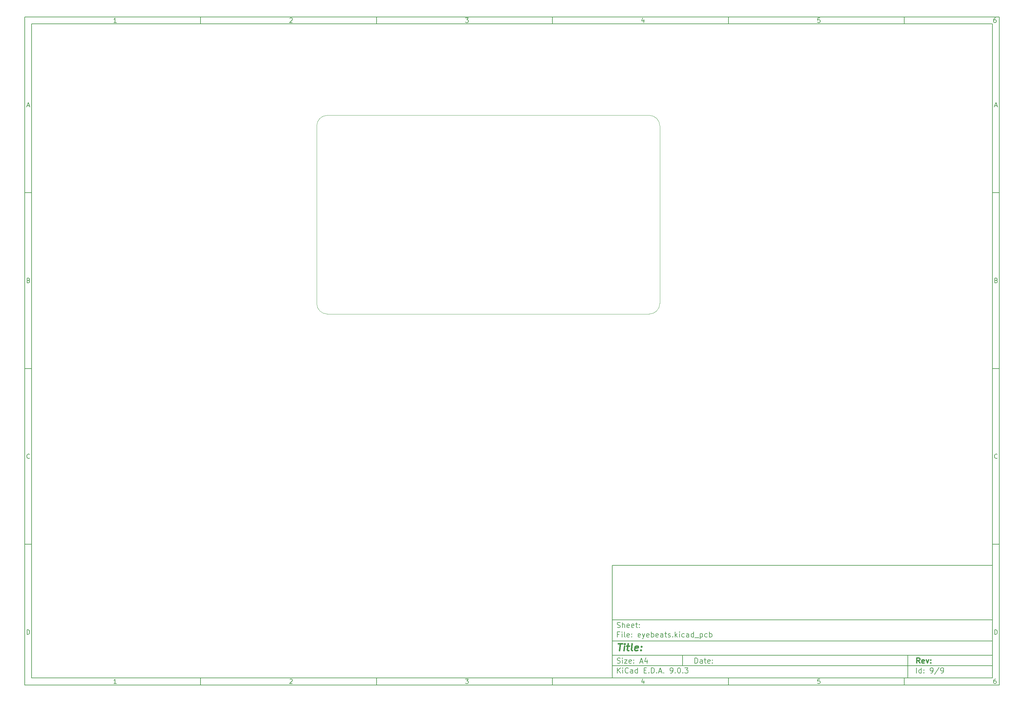
<source format=gm1>
%TF.GenerationSoftware,KiCad,Pcbnew,9.0.3*%
%TF.CreationDate,2025-08-03T00:48:55+01:00*%
%TF.ProjectId,eyebeats,65796562-6561-4747-932e-6b696361645f,rev?*%
%TF.SameCoordinates,Original*%
%TF.FileFunction,Profile,NP*%
%FSLAX46Y46*%
G04 Gerber Fmt 4.6, Leading zero omitted, Abs format (unit mm)*
G04 Created by KiCad (PCBNEW 9.0.3) date 2025-08-03 00:48:55*
%MOMM*%
%LPD*%
G01*
G04 APERTURE LIST*
%ADD10C,0.100000*%
%ADD11C,0.150000*%
%ADD12C,0.300000*%
%ADD13C,0.400000*%
%TA.AperFunction,Profile*%
%ADD14C,0.050000*%
%TD*%
G04 APERTURE END LIST*
D10*
D11*
X177002200Y-166007200D02*
X285002200Y-166007200D01*
X285002200Y-198007200D01*
X177002200Y-198007200D01*
X177002200Y-166007200D01*
D10*
D11*
X10000000Y-10000000D02*
X287002200Y-10000000D01*
X287002200Y-200007200D01*
X10000000Y-200007200D01*
X10000000Y-10000000D01*
D10*
D11*
X12000000Y-12000000D02*
X285002200Y-12000000D01*
X285002200Y-198007200D01*
X12000000Y-198007200D01*
X12000000Y-12000000D01*
D10*
D11*
X60000000Y-12000000D02*
X60000000Y-10000000D01*
D10*
D11*
X110000000Y-12000000D02*
X110000000Y-10000000D01*
D10*
D11*
X160000000Y-12000000D02*
X160000000Y-10000000D01*
D10*
D11*
X210000000Y-12000000D02*
X210000000Y-10000000D01*
D10*
D11*
X260000000Y-12000000D02*
X260000000Y-10000000D01*
D10*
D11*
X36089160Y-11593604D02*
X35346303Y-11593604D01*
X35717731Y-11593604D02*
X35717731Y-10293604D01*
X35717731Y-10293604D02*
X35593922Y-10479319D01*
X35593922Y-10479319D02*
X35470112Y-10603128D01*
X35470112Y-10603128D02*
X35346303Y-10665033D01*
D10*
D11*
X85346303Y-10417414D02*
X85408207Y-10355509D01*
X85408207Y-10355509D02*
X85532017Y-10293604D01*
X85532017Y-10293604D02*
X85841541Y-10293604D01*
X85841541Y-10293604D02*
X85965350Y-10355509D01*
X85965350Y-10355509D02*
X86027255Y-10417414D01*
X86027255Y-10417414D02*
X86089160Y-10541223D01*
X86089160Y-10541223D02*
X86089160Y-10665033D01*
X86089160Y-10665033D02*
X86027255Y-10850747D01*
X86027255Y-10850747D02*
X85284398Y-11593604D01*
X85284398Y-11593604D02*
X86089160Y-11593604D01*
D10*
D11*
X135284398Y-10293604D02*
X136089160Y-10293604D01*
X136089160Y-10293604D02*
X135655826Y-10788842D01*
X135655826Y-10788842D02*
X135841541Y-10788842D01*
X135841541Y-10788842D02*
X135965350Y-10850747D01*
X135965350Y-10850747D02*
X136027255Y-10912652D01*
X136027255Y-10912652D02*
X136089160Y-11036461D01*
X136089160Y-11036461D02*
X136089160Y-11345985D01*
X136089160Y-11345985D02*
X136027255Y-11469795D01*
X136027255Y-11469795D02*
X135965350Y-11531700D01*
X135965350Y-11531700D02*
X135841541Y-11593604D01*
X135841541Y-11593604D02*
X135470112Y-11593604D01*
X135470112Y-11593604D02*
X135346303Y-11531700D01*
X135346303Y-11531700D02*
X135284398Y-11469795D01*
D10*
D11*
X185965350Y-10726938D02*
X185965350Y-11593604D01*
X185655826Y-10231700D02*
X185346303Y-11160271D01*
X185346303Y-11160271D02*
X186151064Y-11160271D01*
D10*
D11*
X236027255Y-10293604D02*
X235408207Y-10293604D01*
X235408207Y-10293604D02*
X235346303Y-10912652D01*
X235346303Y-10912652D02*
X235408207Y-10850747D01*
X235408207Y-10850747D02*
X235532017Y-10788842D01*
X235532017Y-10788842D02*
X235841541Y-10788842D01*
X235841541Y-10788842D02*
X235965350Y-10850747D01*
X235965350Y-10850747D02*
X236027255Y-10912652D01*
X236027255Y-10912652D02*
X236089160Y-11036461D01*
X236089160Y-11036461D02*
X236089160Y-11345985D01*
X236089160Y-11345985D02*
X236027255Y-11469795D01*
X236027255Y-11469795D02*
X235965350Y-11531700D01*
X235965350Y-11531700D02*
X235841541Y-11593604D01*
X235841541Y-11593604D02*
X235532017Y-11593604D01*
X235532017Y-11593604D02*
X235408207Y-11531700D01*
X235408207Y-11531700D02*
X235346303Y-11469795D01*
D10*
D11*
X285965350Y-10293604D02*
X285717731Y-10293604D01*
X285717731Y-10293604D02*
X285593922Y-10355509D01*
X285593922Y-10355509D02*
X285532017Y-10417414D01*
X285532017Y-10417414D02*
X285408207Y-10603128D01*
X285408207Y-10603128D02*
X285346303Y-10850747D01*
X285346303Y-10850747D02*
X285346303Y-11345985D01*
X285346303Y-11345985D02*
X285408207Y-11469795D01*
X285408207Y-11469795D02*
X285470112Y-11531700D01*
X285470112Y-11531700D02*
X285593922Y-11593604D01*
X285593922Y-11593604D02*
X285841541Y-11593604D01*
X285841541Y-11593604D02*
X285965350Y-11531700D01*
X285965350Y-11531700D02*
X286027255Y-11469795D01*
X286027255Y-11469795D02*
X286089160Y-11345985D01*
X286089160Y-11345985D02*
X286089160Y-11036461D01*
X286089160Y-11036461D02*
X286027255Y-10912652D01*
X286027255Y-10912652D02*
X285965350Y-10850747D01*
X285965350Y-10850747D02*
X285841541Y-10788842D01*
X285841541Y-10788842D02*
X285593922Y-10788842D01*
X285593922Y-10788842D02*
X285470112Y-10850747D01*
X285470112Y-10850747D02*
X285408207Y-10912652D01*
X285408207Y-10912652D02*
X285346303Y-11036461D01*
D10*
D11*
X60000000Y-198007200D02*
X60000000Y-200007200D01*
D10*
D11*
X110000000Y-198007200D02*
X110000000Y-200007200D01*
D10*
D11*
X160000000Y-198007200D02*
X160000000Y-200007200D01*
D10*
D11*
X210000000Y-198007200D02*
X210000000Y-200007200D01*
D10*
D11*
X260000000Y-198007200D02*
X260000000Y-200007200D01*
D10*
D11*
X36089160Y-199600804D02*
X35346303Y-199600804D01*
X35717731Y-199600804D02*
X35717731Y-198300804D01*
X35717731Y-198300804D02*
X35593922Y-198486519D01*
X35593922Y-198486519D02*
X35470112Y-198610328D01*
X35470112Y-198610328D02*
X35346303Y-198672233D01*
D10*
D11*
X85346303Y-198424614D02*
X85408207Y-198362709D01*
X85408207Y-198362709D02*
X85532017Y-198300804D01*
X85532017Y-198300804D02*
X85841541Y-198300804D01*
X85841541Y-198300804D02*
X85965350Y-198362709D01*
X85965350Y-198362709D02*
X86027255Y-198424614D01*
X86027255Y-198424614D02*
X86089160Y-198548423D01*
X86089160Y-198548423D02*
X86089160Y-198672233D01*
X86089160Y-198672233D02*
X86027255Y-198857947D01*
X86027255Y-198857947D02*
X85284398Y-199600804D01*
X85284398Y-199600804D02*
X86089160Y-199600804D01*
D10*
D11*
X135284398Y-198300804D02*
X136089160Y-198300804D01*
X136089160Y-198300804D02*
X135655826Y-198796042D01*
X135655826Y-198796042D02*
X135841541Y-198796042D01*
X135841541Y-198796042D02*
X135965350Y-198857947D01*
X135965350Y-198857947D02*
X136027255Y-198919852D01*
X136027255Y-198919852D02*
X136089160Y-199043661D01*
X136089160Y-199043661D02*
X136089160Y-199353185D01*
X136089160Y-199353185D02*
X136027255Y-199476995D01*
X136027255Y-199476995D02*
X135965350Y-199538900D01*
X135965350Y-199538900D02*
X135841541Y-199600804D01*
X135841541Y-199600804D02*
X135470112Y-199600804D01*
X135470112Y-199600804D02*
X135346303Y-199538900D01*
X135346303Y-199538900D02*
X135284398Y-199476995D01*
D10*
D11*
X185965350Y-198734138D02*
X185965350Y-199600804D01*
X185655826Y-198238900D02*
X185346303Y-199167471D01*
X185346303Y-199167471D02*
X186151064Y-199167471D01*
D10*
D11*
X236027255Y-198300804D02*
X235408207Y-198300804D01*
X235408207Y-198300804D02*
X235346303Y-198919852D01*
X235346303Y-198919852D02*
X235408207Y-198857947D01*
X235408207Y-198857947D02*
X235532017Y-198796042D01*
X235532017Y-198796042D02*
X235841541Y-198796042D01*
X235841541Y-198796042D02*
X235965350Y-198857947D01*
X235965350Y-198857947D02*
X236027255Y-198919852D01*
X236027255Y-198919852D02*
X236089160Y-199043661D01*
X236089160Y-199043661D02*
X236089160Y-199353185D01*
X236089160Y-199353185D02*
X236027255Y-199476995D01*
X236027255Y-199476995D02*
X235965350Y-199538900D01*
X235965350Y-199538900D02*
X235841541Y-199600804D01*
X235841541Y-199600804D02*
X235532017Y-199600804D01*
X235532017Y-199600804D02*
X235408207Y-199538900D01*
X235408207Y-199538900D02*
X235346303Y-199476995D01*
D10*
D11*
X285965350Y-198300804D02*
X285717731Y-198300804D01*
X285717731Y-198300804D02*
X285593922Y-198362709D01*
X285593922Y-198362709D02*
X285532017Y-198424614D01*
X285532017Y-198424614D02*
X285408207Y-198610328D01*
X285408207Y-198610328D02*
X285346303Y-198857947D01*
X285346303Y-198857947D02*
X285346303Y-199353185D01*
X285346303Y-199353185D02*
X285408207Y-199476995D01*
X285408207Y-199476995D02*
X285470112Y-199538900D01*
X285470112Y-199538900D02*
X285593922Y-199600804D01*
X285593922Y-199600804D02*
X285841541Y-199600804D01*
X285841541Y-199600804D02*
X285965350Y-199538900D01*
X285965350Y-199538900D02*
X286027255Y-199476995D01*
X286027255Y-199476995D02*
X286089160Y-199353185D01*
X286089160Y-199353185D02*
X286089160Y-199043661D01*
X286089160Y-199043661D02*
X286027255Y-198919852D01*
X286027255Y-198919852D02*
X285965350Y-198857947D01*
X285965350Y-198857947D02*
X285841541Y-198796042D01*
X285841541Y-198796042D02*
X285593922Y-198796042D01*
X285593922Y-198796042D02*
X285470112Y-198857947D01*
X285470112Y-198857947D02*
X285408207Y-198919852D01*
X285408207Y-198919852D02*
X285346303Y-199043661D01*
D10*
D11*
X10000000Y-60000000D02*
X12000000Y-60000000D01*
D10*
D11*
X10000000Y-110000000D02*
X12000000Y-110000000D01*
D10*
D11*
X10000000Y-160000000D02*
X12000000Y-160000000D01*
D10*
D11*
X10690476Y-35222176D02*
X11309523Y-35222176D01*
X10566666Y-35593604D02*
X10999999Y-34293604D01*
X10999999Y-34293604D02*
X11433333Y-35593604D01*
D10*
D11*
X11092857Y-84912652D02*
X11278571Y-84974557D01*
X11278571Y-84974557D02*
X11340476Y-85036461D01*
X11340476Y-85036461D02*
X11402380Y-85160271D01*
X11402380Y-85160271D02*
X11402380Y-85345985D01*
X11402380Y-85345985D02*
X11340476Y-85469795D01*
X11340476Y-85469795D02*
X11278571Y-85531700D01*
X11278571Y-85531700D02*
X11154761Y-85593604D01*
X11154761Y-85593604D02*
X10659523Y-85593604D01*
X10659523Y-85593604D02*
X10659523Y-84293604D01*
X10659523Y-84293604D02*
X11092857Y-84293604D01*
X11092857Y-84293604D02*
X11216666Y-84355509D01*
X11216666Y-84355509D02*
X11278571Y-84417414D01*
X11278571Y-84417414D02*
X11340476Y-84541223D01*
X11340476Y-84541223D02*
X11340476Y-84665033D01*
X11340476Y-84665033D02*
X11278571Y-84788842D01*
X11278571Y-84788842D02*
X11216666Y-84850747D01*
X11216666Y-84850747D02*
X11092857Y-84912652D01*
X11092857Y-84912652D02*
X10659523Y-84912652D01*
D10*
D11*
X11402380Y-135469795D02*
X11340476Y-135531700D01*
X11340476Y-135531700D02*
X11154761Y-135593604D01*
X11154761Y-135593604D02*
X11030952Y-135593604D01*
X11030952Y-135593604D02*
X10845238Y-135531700D01*
X10845238Y-135531700D02*
X10721428Y-135407890D01*
X10721428Y-135407890D02*
X10659523Y-135284080D01*
X10659523Y-135284080D02*
X10597619Y-135036461D01*
X10597619Y-135036461D02*
X10597619Y-134850747D01*
X10597619Y-134850747D02*
X10659523Y-134603128D01*
X10659523Y-134603128D02*
X10721428Y-134479319D01*
X10721428Y-134479319D02*
X10845238Y-134355509D01*
X10845238Y-134355509D02*
X11030952Y-134293604D01*
X11030952Y-134293604D02*
X11154761Y-134293604D01*
X11154761Y-134293604D02*
X11340476Y-134355509D01*
X11340476Y-134355509D02*
X11402380Y-134417414D01*
D10*
D11*
X10659523Y-185593604D02*
X10659523Y-184293604D01*
X10659523Y-184293604D02*
X10969047Y-184293604D01*
X10969047Y-184293604D02*
X11154761Y-184355509D01*
X11154761Y-184355509D02*
X11278571Y-184479319D01*
X11278571Y-184479319D02*
X11340476Y-184603128D01*
X11340476Y-184603128D02*
X11402380Y-184850747D01*
X11402380Y-184850747D02*
X11402380Y-185036461D01*
X11402380Y-185036461D02*
X11340476Y-185284080D01*
X11340476Y-185284080D02*
X11278571Y-185407890D01*
X11278571Y-185407890D02*
X11154761Y-185531700D01*
X11154761Y-185531700D02*
X10969047Y-185593604D01*
X10969047Y-185593604D02*
X10659523Y-185593604D01*
D10*
D11*
X287002200Y-60000000D02*
X285002200Y-60000000D01*
D10*
D11*
X287002200Y-110000000D02*
X285002200Y-110000000D01*
D10*
D11*
X287002200Y-160000000D02*
X285002200Y-160000000D01*
D10*
D11*
X285692676Y-35222176D02*
X286311723Y-35222176D01*
X285568866Y-35593604D02*
X286002199Y-34293604D01*
X286002199Y-34293604D02*
X286435533Y-35593604D01*
D10*
D11*
X286095057Y-84912652D02*
X286280771Y-84974557D01*
X286280771Y-84974557D02*
X286342676Y-85036461D01*
X286342676Y-85036461D02*
X286404580Y-85160271D01*
X286404580Y-85160271D02*
X286404580Y-85345985D01*
X286404580Y-85345985D02*
X286342676Y-85469795D01*
X286342676Y-85469795D02*
X286280771Y-85531700D01*
X286280771Y-85531700D02*
X286156961Y-85593604D01*
X286156961Y-85593604D02*
X285661723Y-85593604D01*
X285661723Y-85593604D02*
X285661723Y-84293604D01*
X285661723Y-84293604D02*
X286095057Y-84293604D01*
X286095057Y-84293604D02*
X286218866Y-84355509D01*
X286218866Y-84355509D02*
X286280771Y-84417414D01*
X286280771Y-84417414D02*
X286342676Y-84541223D01*
X286342676Y-84541223D02*
X286342676Y-84665033D01*
X286342676Y-84665033D02*
X286280771Y-84788842D01*
X286280771Y-84788842D02*
X286218866Y-84850747D01*
X286218866Y-84850747D02*
X286095057Y-84912652D01*
X286095057Y-84912652D02*
X285661723Y-84912652D01*
D10*
D11*
X286404580Y-135469795D02*
X286342676Y-135531700D01*
X286342676Y-135531700D02*
X286156961Y-135593604D01*
X286156961Y-135593604D02*
X286033152Y-135593604D01*
X286033152Y-135593604D02*
X285847438Y-135531700D01*
X285847438Y-135531700D02*
X285723628Y-135407890D01*
X285723628Y-135407890D02*
X285661723Y-135284080D01*
X285661723Y-135284080D02*
X285599819Y-135036461D01*
X285599819Y-135036461D02*
X285599819Y-134850747D01*
X285599819Y-134850747D02*
X285661723Y-134603128D01*
X285661723Y-134603128D02*
X285723628Y-134479319D01*
X285723628Y-134479319D02*
X285847438Y-134355509D01*
X285847438Y-134355509D02*
X286033152Y-134293604D01*
X286033152Y-134293604D02*
X286156961Y-134293604D01*
X286156961Y-134293604D02*
X286342676Y-134355509D01*
X286342676Y-134355509D02*
X286404580Y-134417414D01*
D10*
D11*
X285661723Y-185593604D02*
X285661723Y-184293604D01*
X285661723Y-184293604D02*
X285971247Y-184293604D01*
X285971247Y-184293604D02*
X286156961Y-184355509D01*
X286156961Y-184355509D02*
X286280771Y-184479319D01*
X286280771Y-184479319D02*
X286342676Y-184603128D01*
X286342676Y-184603128D02*
X286404580Y-184850747D01*
X286404580Y-184850747D02*
X286404580Y-185036461D01*
X286404580Y-185036461D02*
X286342676Y-185284080D01*
X286342676Y-185284080D02*
X286280771Y-185407890D01*
X286280771Y-185407890D02*
X286156961Y-185531700D01*
X286156961Y-185531700D02*
X285971247Y-185593604D01*
X285971247Y-185593604D02*
X285661723Y-185593604D01*
D10*
D11*
X200458026Y-193793328D02*
X200458026Y-192293328D01*
X200458026Y-192293328D02*
X200815169Y-192293328D01*
X200815169Y-192293328D02*
X201029455Y-192364757D01*
X201029455Y-192364757D02*
X201172312Y-192507614D01*
X201172312Y-192507614D02*
X201243741Y-192650471D01*
X201243741Y-192650471D02*
X201315169Y-192936185D01*
X201315169Y-192936185D02*
X201315169Y-193150471D01*
X201315169Y-193150471D02*
X201243741Y-193436185D01*
X201243741Y-193436185D02*
X201172312Y-193579042D01*
X201172312Y-193579042D02*
X201029455Y-193721900D01*
X201029455Y-193721900D02*
X200815169Y-193793328D01*
X200815169Y-193793328D02*
X200458026Y-193793328D01*
X202600884Y-193793328D02*
X202600884Y-193007614D01*
X202600884Y-193007614D02*
X202529455Y-192864757D01*
X202529455Y-192864757D02*
X202386598Y-192793328D01*
X202386598Y-192793328D02*
X202100884Y-192793328D01*
X202100884Y-192793328D02*
X201958026Y-192864757D01*
X202600884Y-193721900D02*
X202458026Y-193793328D01*
X202458026Y-193793328D02*
X202100884Y-193793328D01*
X202100884Y-193793328D02*
X201958026Y-193721900D01*
X201958026Y-193721900D02*
X201886598Y-193579042D01*
X201886598Y-193579042D02*
X201886598Y-193436185D01*
X201886598Y-193436185D02*
X201958026Y-193293328D01*
X201958026Y-193293328D02*
X202100884Y-193221900D01*
X202100884Y-193221900D02*
X202458026Y-193221900D01*
X202458026Y-193221900D02*
X202600884Y-193150471D01*
X203100884Y-192793328D02*
X203672312Y-192793328D01*
X203315169Y-192293328D02*
X203315169Y-193579042D01*
X203315169Y-193579042D02*
X203386598Y-193721900D01*
X203386598Y-193721900D02*
X203529455Y-193793328D01*
X203529455Y-193793328D02*
X203672312Y-193793328D01*
X204743741Y-193721900D02*
X204600884Y-193793328D01*
X204600884Y-193793328D02*
X204315170Y-193793328D01*
X204315170Y-193793328D02*
X204172312Y-193721900D01*
X204172312Y-193721900D02*
X204100884Y-193579042D01*
X204100884Y-193579042D02*
X204100884Y-193007614D01*
X204100884Y-193007614D02*
X204172312Y-192864757D01*
X204172312Y-192864757D02*
X204315170Y-192793328D01*
X204315170Y-192793328D02*
X204600884Y-192793328D01*
X204600884Y-192793328D02*
X204743741Y-192864757D01*
X204743741Y-192864757D02*
X204815170Y-193007614D01*
X204815170Y-193007614D02*
X204815170Y-193150471D01*
X204815170Y-193150471D02*
X204100884Y-193293328D01*
X205458026Y-193650471D02*
X205529455Y-193721900D01*
X205529455Y-193721900D02*
X205458026Y-193793328D01*
X205458026Y-193793328D02*
X205386598Y-193721900D01*
X205386598Y-193721900D02*
X205458026Y-193650471D01*
X205458026Y-193650471D02*
X205458026Y-193793328D01*
X205458026Y-192864757D02*
X205529455Y-192936185D01*
X205529455Y-192936185D02*
X205458026Y-193007614D01*
X205458026Y-193007614D02*
X205386598Y-192936185D01*
X205386598Y-192936185D02*
X205458026Y-192864757D01*
X205458026Y-192864757D02*
X205458026Y-193007614D01*
D10*
D11*
X177002200Y-194507200D02*
X285002200Y-194507200D01*
D10*
D11*
X178458026Y-196593328D02*
X178458026Y-195093328D01*
X179315169Y-196593328D02*
X178672312Y-195736185D01*
X179315169Y-195093328D02*
X178458026Y-195950471D01*
X179958026Y-196593328D02*
X179958026Y-195593328D01*
X179958026Y-195093328D02*
X179886598Y-195164757D01*
X179886598Y-195164757D02*
X179958026Y-195236185D01*
X179958026Y-195236185D02*
X180029455Y-195164757D01*
X180029455Y-195164757D02*
X179958026Y-195093328D01*
X179958026Y-195093328D02*
X179958026Y-195236185D01*
X181529455Y-196450471D02*
X181458027Y-196521900D01*
X181458027Y-196521900D02*
X181243741Y-196593328D01*
X181243741Y-196593328D02*
X181100884Y-196593328D01*
X181100884Y-196593328D02*
X180886598Y-196521900D01*
X180886598Y-196521900D02*
X180743741Y-196379042D01*
X180743741Y-196379042D02*
X180672312Y-196236185D01*
X180672312Y-196236185D02*
X180600884Y-195950471D01*
X180600884Y-195950471D02*
X180600884Y-195736185D01*
X180600884Y-195736185D02*
X180672312Y-195450471D01*
X180672312Y-195450471D02*
X180743741Y-195307614D01*
X180743741Y-195307614D02*
X180886598Y-195164757D01*
X180886598Y-195164757D02*
X181100884Y-195093328D01*
X181100884Y-195093328D02*
X181243741Y-195093328D01*
X181243741Y-195093328D02*
X181458027Y-195164757D01*
X181458027Y-195164757D02*
X181529455Y-195236185D01*
X182815170Y-196593328D02*
X182815170Y-195807614D01*
X182815170Y-195807614D02*
X182743741Y-195664757D01*
X182743741Y-195664757D02*
X182600884Y-195593328D01*
X182600884Y-195593328D02*
X182315170Y-195593328D01*
X182315170Y-195593328D02*
X182172312Y-195664757D01*
X182815170Y-196521900D02*
X182672312Y-196593328D01*
X182672312Y-196593328D02*
X182315170Y-196593328D01*
X182315170Y-196593328D02*
X182172312Y-196521900D01*
X182172312Y-196521900D02*
X182100884Y-196379042D01*
X182100884Y-196379042D02*
X182100884Y-196236185D01*
X182100884Y-196236185D02*
X182172312Y-196093328D01*
X182172312Y-196093328D02*
X182315170Y-196021900D01*
X182315170Y-196021900D02*
X182672312Y-196021900D01*
X182672312Y-196021900D02*
X182815170Y-195950471D01*
X184172313Y-196593328D02*
X184172313Y-195093328D01*
X184172313Y-196521900D02*
X184029455Y-196593328D01*
X184029455Y-196593328D02*
X183743741Y-196593328D01*
X183743741Y-196593328D02*
X183600884Y-196521900D01*
X183600884Y-196521900D02*
X183529455Y-196450471D01*
X183529455Y-196450471D02*
X183458027Y-196307614D01*
X183458027Y-196307614D02*
X183458027Y-195879042D01*
X183458027Y-195879042D02*
X183529455Y-195736185D01*
X183529455Y-195736185D02*
X183600884Y-195664757D01*
X183600884Y-195664757D02*
X183743741Y-195593328D01*
X183743741Y-195593328D02*
X184029455Y-195593328D01*
X184029455Y-195593328D02*
X184172313Y-195664757D01*
X186029455Y-195807614D02*
X186529455Y-195807614D01*
X186743741Y-196593328D02*
X186029455Y-196593328D01*
X186029455Y-196593328D02*
X186029455Y-195093328D01*
X186029455Y-195093328D02*
X186743741Y-195093328D01*
X187386598Y-196450471D02*
X187458027Y-196521900D01*
X187458027Y-196521900D02*
X187386598Y-196593328D01*
X187386598Y-196593328D02*
X187315170Y-196521900D01*
X187315170Y-196521900D02*
X187386598Y-196450471D01*
X187386598Y-196450471D02*
X187386598Y-196593328D01*
X188100884Y-196593328D02*
X188100884Y-195093328D01*
X188100884Y-195093328D02*
X188458027Y-195093328D01*
X188458027Y-195093328D02*
X188672313Y-195164757D01*
X188672313Y-195164757D02*
X188815170Y-195307614D01*
X188815170Y-195307614D02*
X188886599Y-195450471D01*
X188886599Y-195450471D02*
X188958027Y-195736185D01*
X188958027Y-195736185D02*
X188958027Y-195950471D01*
X188958027Y-195950471D02*
X188886599Y-196236185D01*
X188886599Y-196236185D02*
X188815170Y-196379042D01*
X188815170Y-196379042D02*
X188672313Y-196521900D01*
X188672313Y-196521900D02*
X188458027Y-196593328D01*
X188458027Y-196593328D02*
X188100884Y-196593328D01*
X189600884Y-196450471D02*
X189672313Y-196521900D01*
X189672313Y-196521900D02*
X189600884Y-196593328D01*
X189600884Y-196593328D02*
X189529456Y-196521900D01*
X189529456Y-196521900D02*
X189600884Y-196450471D01*
X189600884Y-196450471D02*
X189600884Y-196593328D01*
X190243742Y-196164757D02*
X190958028Y-196164757D01*
X190100885Y-196593328D02*
X190600885Y-195093328D01*
X190600885Y-195093328D02*
X191100885Y-196593328D01*
X191600884Y-196450471D02*
X191672313Y-196521900D01*
X191672313Y-196521900D02*
X191600884Y-196593328D01*
X191600884Y-196593328D02*
X191529456Y-196521900D01*
X191529456Y-196521900D02*
X191600884Y-196450471D01*
X191600884Y-196450471D02*
X191600884Y-196593328D01*
X193529456Y-196593328D02*
X193815170Y-196593328D01*
X193815170Y-196593328D02*
X193958027Y-196521900D01*
X193958027Y-196521900D02*
X194029456Y-196450471D01*
X194029456Y-196450471D02*
X194172313Y-196236185D01*
X194172313Y-196236185D02*
X194243742Y-195950471D01*
X194243742Y-195950471D02*
X194243742Y-195379042D01*
X194243742Y-195379042D02*
X194172313Y-195236185D01*
X194172313Y-195236185D02*
X194100885Y-195164757D01*
X194100885Y-195164757D02*
X193958027Y-195093328D01*
X193958027Y-195093328D02*
X193672313Y-195093328D01*
X193672313Y-195093328D02*
X193529456Y-195164757D01*
X193529456Y-195164757D02*
X193458027Y-195236185D01*
X193458027Y-195236185D02*
X193386599Y-195379042D01*
X193386599Y-195379042D02*
X193386599Y-195736185D01*
X193386599Y-195736185D02*
X193458027Y-195879042D01*
X193458027Y-195879042D02*
X193529456Y-195950471D01*
X193529456Y-195950471D02*
X193672313Y-196021900D01*
X193672313Y-196021900D02*
X193958027Y-196021900D01*
X193958027Y-196021900D02*
X194100885Y-195950471D01*
X194100885Y-195950471D02*
X194172313Y-195879042D01*
X194172313Y-195879042D02*
X194243742Y-195736185D01*
X194886598Y-196450471D02*
X194958027Y-196521900D01*
X194958027Y-196521900D02*
X194886598Y-196593328D01*
X194886598Y-196593328D02*
X194815170Y-196521900D01*
X194815170Y-196521900D02*
X194886598Y-196450471D01*
X194886598Y-196450471D02*
X194886598Y-196593328D01*
X195886599Y-195093328D02*
X196029456Y-195093328D01*
X196029456Y-195093328D02*
X196172313Y-195164757D01*
X196172313Y-195164757D02*
X196243742Y-195236185D01*
X196243742Y-195236185D02*
X196315170Y-195379042D01*
X196315170Y-195379042D02*
X196386599Y-195664757D01*
X196386599Y-195664757D02*
X196386599Y-196021900D01*
X196386599Y-196021900D02*
X196315170Y-196307614D01*
X196315170Y-196307614D02*
X196243742Y-196450471D01*
X196243742Y-196450471D02*
X196172313Y-196521900D01*
X196172313Y-196521900D02*
X196029456Y-196593328D01*
X196029456Y-196593328D02*
X195886599Y-196593328D01*
X195886599Y-196593328D02*
X195743742Y-196521900D01*
X195743742Y-196521900D02*
X195672313Y-196450471D01*
X195672313Y-196450471D02*
X195600884Y-196307614D01*
X195600884Y-196307614D02*
X195529456Y-196021900D01*
X195529456Y-196021900D02*
X195529456Y-195664757D01*
X195529456Y-195664757D02*
X195600884Y-195379042D01*
X195600884Y-195379042D02*
X195672313Y-195236185D01*
X195672313Y-195236185D02*
X195743742Y-195164757D01*
X195743742Y-195164757D02*
X195886599Y-195093328D01*
X197029455Y-196450471D02*
X197100884Y-196521900D01*
X197100884Y-196521900D02*
X197029455Y-196593328D01*
X197029455Y-196593328D02*
X196958027Y-196521900D01*
X196958027Y-196521900D02*
X197029455Y-196450471D01*
X197029455Y-196450471D02*
X197029455Y-196593328D01*
X197600884Y-195093328D02*
X198529456Y-195093328D01*
X198529456Y-195093328D02*
X198029456Y-195664757D01*
X198029456Y-195664757D02*
X198243741Y-195664757D01*
X198243741Y-195664757D02*
X198386599Y-195736185D01*
X198386599Y-195736185D02*
X198458027Y-195807614D01*
X198458027Y-195807614D02*
X198529456Y-195950471D01*
X198529456Y-195950471D02*
X198529456Y-196307614D01*
X198529456Y-196307614D02*
X198458027Y-196450471D01*
X198458027Y-196450471D02*
X198386599Y-196521900D01*
X198386599Y-196521900D02*
X198243741Y-196593328D01*
X198243741Y-196593328D02*
X197815170Y-196593328D01*
X197815170Y-196593328D02*
X197672313Y-196521900D01*
X197672313Y-196521900D02*
X197600884Y-196450471D01*
D10*
D11*
X177002200Y-191507200D02*
X285002200Y-191507200D01*
D10*
D12*
X264413853Y-193785528D02*
X263913853Y-193071242D01*
X263556710Y-193785528D02*
X263556710Y-192285528D01*
X263556710Y-192285528D02*
X264128139Y-192285528D01*
X264128139Y-192285528D02*
X264270996Y-192356957D01*
X264270996Y-192356957D02*
X264342425Y-192428385D01*
X264342425Y-192428385D02*
X264413853Y-192571242D01*
X264413853Y-192571242D02*
X264413853Y-192785528D01*
X264413853Y-192785528D02*
X264342425Y-192928385D01*
X264342425Y-192928385D02*
X264270996Y-192999814D01*
X264270996Y-192999814D02*
X264128139Y-193071242D01*
X264128139Y-193071242D02*
X263556710Y-193071242D01*
X265628139Y-193714100D02*
X265485282Y-193785528D01*
X265485282Y-193785528D02*
X265199568Y-193785528D01*
X265199568Y-193785528D02*
X265056710Y-193714100D01*
X265056710Y-193714100D02*
X264985282Y-193571242D01*
X264985282Y-193571242D02*
X264985282Y-192999814D01*
X264985282Y-192999814D02*
X265056710Y-192856957D01*
X265056710Y-192856957D02*
X265199568Y-192785528D01*
X265199568Y-192785528D02*
X265485282Y-192785528D01*
X265485282Y-192785528D02*
X265628139Y-192856957D01*
X265628139Y-192856957D02*
X265699568Y-192999814D01*
X265699568Y-192999814D02*
X265699568Y-193142671D01*
X265699568Y-193142671D02*
X264985282Y-193285528D01*
X266199567Y-192785528D02*
X266556710Y-193785528D01*
X266556710Y-193785528D02*
X266913853Y-192785528D01*
X267485281Y-193642671D02*
X267556710Y-193714100D01*
X267556710Y-193714100D02*
X267485281Y-193785528D01*
X267485281Y-193785528D02*
X267413853Y-193714100D01*
X267413853Y-193714100D02*
X267485281Y-193642671D01*
X267485281Y-193642671D02*
X267485281Y-193785528D01*
X267485281Y-192856957D02*
X267556710Y-192928385D01*
X267556710Y-192928385D02*
X267485281Y-192999814D01*
X267485281Y-192999814D02*
X267413853Y-192928385D01*
X267413853Y-192928385D02*
X267485281Y-192856957D01*
X267485281Y-192856957D02*
X267485281Y-192999814D01*
D10*
D11*
X178386598Y-193721900D02*
X178600884Y-193793328D01*
X178600884Y-193793328D02*
X178958026Y-193793328D01*
X178958026Y-193793328D02*
X179100884Y-193721900D01*
X179100884Y-193721900D02*
X179172312Y-193650471D01*
X179172312Y-193650471D02*
X179243741Y-193507614D01*
X179243741Y-193507614D02*
X179243741Y-193364757D01*
X179243741Y-193364757D02*
X179172312Y-193221900D01*
X179172312Y-193221900D02*
X179100884Y-193150471D01*
X179100884Y-193150471D02*
X178958026Y-193079042D01*
X178958026Y-193079042D02*
X178672312Y-193007614D01*
X178672312Y-193007614D02*
X178529455Y-192936185D01*
X178529455Y-192936185D02*
X178458026Y-192864757D01*
X178458026Y-192864757D02*
X178386598Y-192721900D01*
X178386598Y-192721900D02*
X178386598Y-192579042D01*
X178386598Y-192579042D02*
X178458026Y-192436185D01*
X178458026Y-192436185D02*
X178529455Y-192364757D01*
X178529455Y-192364757D02*
X178672312Y-192293328D01*
X178672312Y-192293328D02*
X179029455Y-192293328D01*
X179029455Y-192293328D02*
X179243741Y-192364757D01*
X179886597Y-193793328D02*
X179886597Y-192793328D01*
X179886597Y-192293328D02*
X179815169Y-192364757D01*
X179815169Y-192364757D02*
X179886597Y-192436185D01*
X179886597Y-192436185D02*
X179958026Y-192364757D01*
X179958026Y-192364757D02*
X179886597Y-192293328D01*
X179886597Y-192293328D02*
X179886597Y-192436185D01*
X180458026Y-192793328D02*
X181243741Y-192793328D01*
X181243741Y-192793328D02*
X180458026Y-193793328D01*
X180458026Y-193793328D02*
X181243741Y-193793328D01*
X182386598Y-193721900D02*
X182243741Y-193793328D01*
X182243741Y-193793328D02*
X181958027Y-193793328D01*
X181958027Y-193793328D02*
X181815169Y-193721900D01*
X181815169Y-193721900D02*
X181743741Y-193579042D01*
X181743741Y-193579042D02*
X181743741Y-193007614D01*
X181743741Y-193007614D02*
X181815169Y-192864757D01*
X181815169Y-192864757D02*
X181958027Y-192793328D01*
X181958027Y-192793328D02*
X182243741Y-192793328D01*
X182243741Y-192793328D02*
X182386598Y-192864757D01*
X182386598Y-192864757D02*
X182458027Y-193007614D01*
X182458027Y-193007614D02*
X182458027Y-193150471D01*
X182458027Y-193150471D02*
X181743741Y-193293328D01*
X183100883Y-193650471D02*
X183172312Y-193721900D01*
X183172312Y-193721900D02*
X183100883Y-193793328D01*
X183100883Y-193793328D02*
X183029455Y-193721900D01*
X183029455Y-193721900D02*
X183100883Y-193650471D01*
X183100883Y-193650471D02*
X183100883Y-193793328D01*
X183100883Y-192864757D02*
X183172312Y-192936185D01*
X183172312Y-192936185D02*
X183100883Y-193007614D01*
X183100883Y-193007614D02*
X183029455Y-192936185D01*
X183029455Y-192936185D02*
X183100883Y-192864757D01*
X183100883Y-192864757D02*
X183100883Y-193007614D01*
X184886598Y-193364757D02*
X185600884Y-193364757D01*
X184743741Y-193793328D02*
X185243741Y-192293328D01*
X185243741Y-192293328D02*
X185743741Y-193793328D01*
X186886598Y-192793328D02*
X186886598Y-193793328D01*
X186529455Y-192221900D02*
X186172312Y-193293328D01*
X186172312Y-193293328D02*
X187100883Y-193293328D01*
D10*
D11*
X263458026Y-196593328D02*
X263458026Y-195093328D01*
X264815170Y-196593328D02*
X264815170Y-195093328D01*
X264815170Y-196521900D02*
X264672312Y-196593328D01*
X264672312Y-196593328D02*
X264386598Y-196593328D01*
X264386598Y-196593328D02*
X264243741Y-196521900D01*
X264243741Y-196521900D02*
X264172312Y-196450471D01*
X264172312Y-196450471D02*
X264100884Y-196307614D01*
X264100884Y-196307614D02*
X264100884Y-195879042D01*
X264100884Y-195879042D02*
X264172312Y-195736185D01*
X264172312Y-195736185D02*
X264243741Y-195664757D01*
X264243741Y-195664757D02*
X264386598Y-195593328D01*
X264386598Y-195593328D02*
X264672312Y-195593328D01*
X264672312Y-195593328D02*
X264815170Y-195664757D01*
X265529455Y-196450471D02*
X265600884Y-196521900D01*
X265600884Y-196521900D02*
X265529455Y-196593328D01*
X265529455Y-196593328D02*
X265458027Y-196521900D01*
X265458027Y-196521900D02*
X265529455Y-196450471D01*
X265529455Y-196450471D02*
X265529455Y-196593328D01*
X265529455Y-195664757D02*
X265600884Y-195736185D01*
X265600884Y-195736185D02*
X265529455Y-195807614D01*
X265529455Y-195807614D02*
X265458027Y-195736185D01*
X265458027Y-195736185D02*
X265529455Y-195664757D01*
X265529455Y-195664757D02*
X265529455Y-195807614D01*
X267458027Y-196593328D02*
X267743741Y-196593328D01*
X267743741Y-196593328D02*
X267886598Y-196521900D01*
X267886598Y-196521900D02*
X267958027Y-196450471D01*
X267958027Y-196450471D02*
X268100884Y-196236185D01*
X268100884Y-196236185D02*
X268172313Y-195950471D01*
X268172313Y-195950471D02*
X268172313Y-195379042D01*
X268172313Y-195379042D02*
X268100884Y-195236185D01*
X268100884Y-195236185D02*
X268029456Y-195164757D01*
X268029456Y-195164757D02*
X267886598Y-195093328D01*
X267886598Y-195093328D02*
X267600884Y-195093328D01*
X267600884Y-195093328D02*
X267458027Y-195164757D01*
X267458027Y-195164757D02*
X267386598Y-195236185D01*
X267386598Y-195236185D02*
X267315170Y-195379042D01*
X267315170Y-195379042D02*
X267315170Y-195736185D01*
X267315170Y-195736185D02*
X267386598Y-195879042D01*
X267386598Y-195879042D02*
X267458027Y-195950471D01*
X267458027Y-195950471D02*
X267600884Y-196021900D01*
X267600884Y-196021900D02*
X267886598Y-196021900D01*
X267886598Y-196021900D02*
X268029456Y-195950471D01*
X268029456Y-195950471D02*
X268100884Y-195879042D01*
X268100884Y-195879042D02*
X268172313Y-195736185D01*
X269886598Y-195021900D02*
X268600884Y-196950471D01*
X270458027Y-196593328D02*
X270743741Y-196593328D01*
X270743741Y-196593328D02*
X270886598Y-196521900D01*
X270886598Y-196521900D02*
X270958027Y-196450471D01*
X270958027Y-196450471D02*
X271100884Y-196236185D01*
X271100884Y-196236185D02*
X271172313Y-195950471D01*
X271172313Y-195950471D02*
X271172313Y-195379042D01*
X271172313Y-195379042D02*
X271100884Y-195236185D01*
X271100884Y-195236185D02*
X271029456Y-195164757D01*
X271029456Y-195164757D02*
X270886598Y-195093328D01*
X270886598Y-195093328D02*
X270600884Y-195093328D01*
X270600884Y-195093328D02*
X270458027Y-195164757D01*
X270458027Y-195164757D02*
X270386598Y-195236185D01*
X270386598Y-195236185D02*
X270315170Y-195379042D01*
X270315170Y-195379042D02*
X270315170Y-195736185D01*
X270315170Y-195736185D02*
X270386598Y-195879042D01*
X270386598Y-195879042D02*
X270458027Y-195950471D01*
X270458027Y-195950471D02*
X270600884Y-196021900D01*
X270600884Y-196021900D02*
X270886598Y-196021900D01*
X270886598Y-196021900D02*
X271029456Y-195950471D01*
X271029456Y-195950471D02*
X271100884Y-195879042D01*
X271100884Y-195879042D02*
X271172313Y-195736185D01*
D10*
D11*
X177002200Y-187507200D02*
X285002200Y-187507200D01*
D10*
D13*
X178693928Y-188211638D02*
X179836785Y-188211638D01*
X179015357Y-190211638D02*
X179265357Y-188211638D01*
X180253452Y-190211638D02*
X180420119Y-188878304D01*
X180503452Y-188211638D02*
X180396309Y-188306876D01*
X180396309Y-188306876D02*
X180479643Y-188402114D01*
X180479643Y-188402114D02*
X180586786Y-188306876D01*
X180586786Y-188306876D02*
X180503452Y-188211638D01*
X180503452Y-188211638D02*
X180479643Y-188402114D01*
X181086786Y-188878304D02*
X181848690Y-188878304D01*
X181455833Y-188211638D02*
X181241548Y-189925923D01*
X181241548Y-189925923D02*
X181312976Y-190116400D01*
X181312976Y-190116400D02*
X181491548Y-190211638D01*
X181491548Y-190211638D02*
X181682024Y-190211638D01*
X182634405Y-190211638D02*
X182455833Y-190116400D01*
X182455833Y-190116400D02*
X182384405Y-189925923D01*
X182384405Y-189925923D02*
X182598690Y-188211638D01*
X184170119Y-190116400D02*
X183967738Y-190211638D01*
X183967738Y-190211638D02*
X183586785Y-190211638D01*
X183586785Y-190211638D02*
X183408214Y-190116400D01*
X183408214Y-190116400D02*
X183336785Y-189925923D01*
X183336785Y-189925923D02*
X183432024Y-189164019D01*
X183432024Y-189164019D02*
X183551071Y-188973542D01*
X183551071Y-188973542D02*
X183753452Y-188878304D01*
X183753452Y-188878304D02*
X184134404Y-188878304D01*
X184134404Y-188878304D02*
X184312976Y-188973542D01*
X184312976Y-188973542D02*
X184384404Y-189164019D01*
X184384404Y-189164019D02*
X184360595Y-189354495D01*
X184360595Y-189354495D02*
X183384404Y-189544971D01*
X185134405Y-190021161D02*
X185217738Y-190116400D01*
X185217738Y-190116400D02*
X185110595Y-190211638D01*
X185110595Y-190211638D02*
X185027262Y-190116400D01*
X185027262Y-190116400D02*
X185134405Y-190021161D01*
X185134405Y-190021161D02*
X185110595Y-190211638D01*
X185265357Y-188973542D02*
X185348690Y-189068780D01*
X185348690Y-189068780D02*
X185241548Y-189164019D01*
X185241548Y-189164019D02*
X185158214Y-189068780D01*
X185158214Y-189068780D02*
X185265357Y-188973542D01*
X185265357Y-188973542D02*
X185241548Y-189164019D01*
D10*
D11*
X178958026Y-185607614D02*
X178458026Y-185607614D01*
X178458026Y-186393328D02*
X178458026Y-184893328D01*
X178458026Y-184893328D02*
X179172312Y-184893328D01*
X179743740Y-186393328D02*
X179743740Y-185393328D01*
X179743740Y-184893328D02*
X179672312Y-184964757D01*
X179672312Y-184964757D02*
X179743740Y-185036185D01*
X179743740Y-185036185D02*
X179815169Y-184964757D01*
X179815169Y-184964757D02*
X179743740Y-184893328D01*
X179743740Y-184893328D02*
X179743740Y-185036185D01*
X180672312Y-186393328D02*
X180529455Y-186321900D01*
X180529455Y-186321900D02*
X180458026Y-186179042D01*
X180458026Y-186179042D02*
X180458026Y-184893328D01*
X181815169Y-186321900D02*
X181672312Y-186393328D01*
X181672312Y-186393328D02*
X181386598Y-186393328D01*
X181386598Y-186393328D02*
X181243740Y-186321900D01*
X181243740Y-186321900D02*
X181172312Y-186179042D01*
X181172312Y-186179042D02*
X181172312Y-185607614D01*
X181172312Y-185607614D02*
X181243740Y-185464757D01*
X181243740Y-185464757D02*
X181386598Y-185393328D01*
X181386598Y-185393328D02*
X181672312Y-185393328D01*
X181672312Y-185393328D02*
X181815169Y-185464757D01*
X181815169Y-185464757D02*
X181886598Y-185607614D01*
X181886598Y-185607614D02*
X181886598Y-185750471D01*
X181886598Y-185750471D02*
X181172312Y-185893328D01*
X182529454Y-186250471D02*
X182600883Y-186321900D01*
X182600883Y-186321900D02*
X182529454Y-186393328D01*
X182529454Y-186393328D02*
X182458026Y-186321900D01*
X182458026Y-186321900D02*
X182529454Y-186250471D01*
X182529454Y-186250471D02*
X182529454Y-186393328D01*
X182529454Y-185464757D02*
X182600883Y-185536185D01*
X182600883Y-185536185D02*
X182529454Y-185607614D01*
X182529454Y-185607614D02*
X182458026Y-185536185D01*
X182458026Y-185536185D02*
X182529454Y-185464757D01*
X182529454Y-185464757D02*
X182529454Y-185607614D01*
X184958026Y-186321900D02*
X184815169Y-186393328D01*
X184815169Y-186393328D02*
X184529455Y-186393328D01*
X184529455Y-186393328D02*
X184386597Y-186321900D01*
X184386597Y-186321900D02*
X184315169Y-186179042D01*
X184315169Y-186179042D02*
X184315169Y-185607614D01*
X184315169Y-185607614D02*
X184386597Y-185464757D01*
X184386597Y-185464757D02*
X184529455Y-185393328D01*
X184529455Y-185393328D02*
X184815169Y-185393328D01*
X184815169Y-185393328D02*
X184958026Y-185464757D01*
X184958026Y-185464757D02*
X185029455Y-185607614D01*
X185029455Y-185607614D02*
X185029455Y-185750471D01*
X185029455Y-185750471D02*
X184315169Y-185893328D01*
X185529454Y-185393328D02*
X185886597Y-186393328D01*
X186243740Y-185393328D02*
X185886597Y-186393328D01*
X185886597Y-186393328D02*
X185743740Y-186750471D01*
X185743740Y-186750471D02*
X185672311Y-186821900D01*
X185672311Y-186821900D02*
X185529454Y-186893328D01*
X187386597Y-186321900D02*
X187243740Y-186393328D01*
X187243740Y-186393328D02*
X186958026Y-186393328D01*
X186958026Y-186393328D02*
X186815168Y-186321900D01*
X186815168Y-186321900D02*
X186743740Y-186179042D01*
X186743740Y-186179042D02*
X186743740Y-185607614D01*
X186743740Y-185607614D02*
X186815168Y-185464757D01*
X186815168Y-185464757D02*
X186958026Y-185393328D01*
X186958026Y-185393328D02*
X187243740Y-185393328D01*
X187243740Y-185393328D02*
X187386597Y-185464757D01*
X187386597Y-185464757D02*
X187458026Y-185607614D01*
X187458026Y-185607614D02*
X187458026Y-185750471D01*
X187458026Y-185750471D02*
X186743740Y-185893328D01*
X188100882Y-186393328D02*
X188100882Y-184893328D01*
X188100882Y-185464757D02*
X188243740Y-185393328D01*
X188243740Y-185393328D02*
X188529454Y-185393328D01*
X188529454Y-185393328D02*
X188672311Y-185464757D01*
X188672311Y-185464757D02*
X188743740Y-185536185D01*
X188743740Y-185536185D02*
X188815168Y-185679042D01*
X188815168Y-185679042D02*
X188815168Y-186107614D01*
X188815168Y-186107614D02*
X188743740Y-186250471D01*
X188743740Y-186250471D02*
X188672311Y-186321900D01*
X188672311Y-186321900D02*
X188529454Y-186393328D01*
X188529454Y-186393328D02*
X188243740Y-186393328D01*
X188243740Y-186393328D02*
X188100882Y-186321900D01*
X190029454Y-186321900D02*
X189886597Y-186393328D01*
X189886597Y-186393328D02*
X189600883Y-186393328D01*
X189600883Y-186393328D02*
X189458025Y-186321900D01*
X189458025Y-186321900D02*
X189386597Y-186179042D01*
X189386597Y-186179042D02*
X189386597Y-185607614D01*
X189386597Y-185607614D02*
X189458025Y-185464757D01*
X189458025Y-185464757D02*
X189600883Y-185393328D01*
X189600883Y-185393328D02*
X189886597Y-185393328D01*
X189886597Y-185393328D02*
X190029454Y-185464757D01*
X190029454Y-185464757D02*
X190100883Y-185607614D01*
X190100883Y-185607614D02*
X190100883Y-185750471D01*
X190100883Y-185750471D02*
X189386597Y-185893328D01*
X191386597Y-186393328D02*
X191386597Y-185607614D01*
X191386597Y-185607614D02*
X191315168Y-185464757D01*
X191315168Y-185464757D02*
X191172311Y-185393328D01*
X191172311Y-185393328D02*
X190886597Y-185393328D01*
X190886597Y-185393328D02*
X190743739Y-185464757D01*
X191386597Y-186321900D02*
X191243739Y-186393328D01*
X191243739Y-186393328D02*
X190886597Y-186393328D01*
X190886597Y-186393328D02*
X190743739Y-186321900D01*
X190743739Y-186321900D02*
X190672311Y-186179042D01*
X190672311Y-186179042D02*
X190672311Y-186036185D01*
X190672311Y-186036185D02*
X190743739Y-185893328D01*
X190743739Y-185893328D02*
X190886597Y-185821900D01*
X190886597Y-185821900D02*
X191243739Y-185821900D01*
X191243739Y-185821900D02*
X191386597Y-185750471D01*
X191886597Y-185393328D02*
X192458025Y-185393328D01*
X192100882Y-184893328D02*
X192100882Y-186179042D01*
X192100882Y-186179042D02*
X192172311Y-186321900D01*
X192172311Y-186321900D02*
X192315168Y-186393328D01*
X192315168Y-186393328D02*
X192458025Y-186393328D01*
X192886597Y-186321900D02*
X193029454Y-186393328D01*
X193029454Y-186393328D02*
X193315168Y-186393328D01*
X193315168Y-186393328D02*
X193458025Y-186321900D01*
X193458025Y-186321900D02*
X193529454Y-186179042D01*
X193529454Y-186179042D02*
X193529454Y-186107614D01*
X193529454Y-186107614D02*
X193458025Y-185964757D01*
X193458025Y-185964757D02*
X193315168Y-185893328D01*
X193315168Y-185893328D02*
X193100883Y-185893328D01*
X193100883Y-185893328D02*
X192958025Y-185821900D01*
X192958025Y-185821900D02*
X192886597Y-185679042D01*
X192886597Y-185679042D02*
X192886597Y-185607614D01*
X192886597Y-185607614D02*
X192958025Y-185464757D01*
X192958025Y-185464757D02*
X193100883Y-185393328D01*
X193100883Y-185393328D02*
X193315168Y-185393328D01*
X193315168Y-185393328D02*
X193458025Y-185464757D01*
X194172311Y-186250471D02*
X194243740Y-186321900D01*
X194243740Y-186321900D02*
X194172311Y-186393328D01*
X194172311Y-186393328D02*
X194100883Y-186321900D01*
X194100883Y-186321900D02*
X194172311Y-186250471D01*
X194172311Y-186250471D02*
X194172311Y-186393328D01*
X194886597Y-186393328D02*
X194886597Y-184893328D01*
X195029455Y-185821900D02*
X195458026Y-186393328D01*
X195458026Y-185393328D02*
X194886597Y-185964757D01*
X196100883Y-186393328D02*
X196100883Y-185393328D01*
X196100883Y-184893328D02*
X196029455Y-184964757D01*
X196029455Y-184964757D02*
X196100883Y-185036185D01*
X196100883Y-185036185D02*
X196172312Y-184964757D01*
X196172312Y-184964757D02*
X196100883Y-184893328D01*
X196100883Y-184893328D02*
X196100883Y-185036185D01*
X197458027Y-186321900D02*
X197315169Y-186393328D01*
X197315169Y-186393328D02*
X197029455Y-186393328D01*
X197029455Y-186393328D02*
X196886598Y-186321900D01*
X196886598Y-186321900D02*
X196815169Y-186250471D01*
X196815169Y-186250471D02*
X196743741Y-186107614D01*
X196743741Y-186107614D02*
X196743741Y-185679042D01*
X196743741Y-185679042D02*
X196815169Y-185536185D01*
X196815169Y-185536185D02*
X196886598Y-185464757D01*
X196886598Y-185464757D02*
X197029455Y-185393328D01*
X197029455Y-185393328D02*
X197315169Y-185393328D01*
X197315169Y-185393328D02*
X197458027Y-185464757D01*
X198743741Y-186393328D02*
X198743741Y-185607614D01*
X198743741Y-185607614D02*
X198672312Y-185464757D01*
X198672312Y-185464757D02*
X198529455Y-185393328D01*
X198529455Y-185393328D02*
X198243741Y-185393328D01*
X198243741Y-185393328D02*
X198100883Y-185464757D01*
X198743741Y-186321900D02*
X198600883Y-186393328D01*
X198600883Y-186393328D02*
X198243741Y-186393328D01*
X198243741Y-186393328D02*
X198100883Y-186321900D01*
X198100883Y-186321900D02*
X198029455Y-186179042D01*
X198029455Y-186179042D02*
X198029455Y-186036185D01*
X198029455Y-186036185D02*
X198100883Y-185893328D01*
X198100883Y-185893328D02*
X198243741Y-185821900D01*
X198243741Y-185821900D02*
X198600883Y-185821900D01*
X198600883Y-185821900D02*
X198743741Y-185750471D01*
X200100884Y-186393328D02*
X200100884Y-184893328D01*
X200100884Y-186321900D02*
X199958026Y-186393328D01*
X199958026Y-186393328D02*
X199672312Y-186393328D01*
X199672312Y-186393328D02*
X199529455Y-186321900D01*
X199529455Y-186321900D02*
X199458026Y-186250471D01*
X199458026Y-186250471D02*
X199386598Y-186107614D01*
X199386598Y-186107614D02*
X199386598Y-185679042D01*
X199386598Y-185679042D02*
X199458026Y-185536185D01*
X199458026Y-185536185D02*
X199529455Y-185464757D01*
X199529455Y-185464757D02*
X199672312Y-185393328D01*
X199672312Y-185393328D02*
X199958026Y-185393328D01*
X199958026Y-185393328D02*
X200100884Y-185464757D01*
X200458027Y-186536185D02*
X201600884Y-186536185D01*
X201958026Y-185393328D02*
X201958026Y-186893328D01*
X201958026Y-185464757D02*
X202100884Y-185393328D01*
X202100884Y-185393328D02*
X202386598Y-185393328D01*
X202386598Y-185393328D02*
X202529455Y-185464757D01*
X202529455Y-185464757D02*
X202600884Y-185536185D01*
X202600884Y-185536185D02*
X202672312Y-185679042D01*
X202672312Y-185679042D02*
X202672312Y-186107614D01*
X202672312Y-186107614D02*
X202600884Y-186250471D01*
X202600884Y-186250471D02*
X202529455Y-186321900D01*
X202529455Y-186321900D02*
X202386598Y-186393328D01*
X202386598Y-186393328D02*
X202100884Y-186393328D01*
X202100884Y-186393328D02*
X201958026Y-186321900D01*
X203958027Y-186321900D02*
X203815169Y-186393328D01*
X203815169Y-186393328D02*
X203529455Y-186393328D01*
X203529455Y-186393328D02*
X203386598Y-186321900D01*
X203386598Y-186321900D02*
X203315169Y-186250471D01*
X203315169Y-186250471D02*
X203243741Y-186107614D01*
X203243741Y-186107614D02*
X203243741Y-185679042D01*
X203243741Y-185679042D02*
X203315169Y-185536185D01*
X203315169Y-185536185D02*
X203386598Y-185464757D01*
X203386598Y-185464757D02*
X203529455Y-185393328D01*
X203529455Y-185393328D02*
X203815169Y-185393328D01*
X203815169Y-185393328D02*
X203958027Y-185464757D01*
X204600883Y-186393328D02*
X204600883Y-184893328D01*
X204600883Y-185464757D02*
X204743741Y-185393328D01*
X204743741Y-185393328D02*
X205029455Y-185393328D01*
X205029455Y-185393328D02*
X205172312Y-185464757D01*
X205172312Y-185464757D02*
X205243741Y-185536185D01*
X205243741Y-185536185D02*
X205315169Y-185679042D01*
X205315169Y-185679042D02*
X205315169Y-186107614D01*
X205315169Y-186107614D02*
X205243741Y-186250471D01*
X205243741Y-186250471D02*
X205172312Y-186321900D01*
X205172312Y-186321900D02*
X205029455Y-186393328D01*
X205029455Y-186393328D02*
X204743741Y-186393328D01*
X204743741Y-186393328D02*
X204600883Y-186321900D01*
D10*
D11*
X177002200Y-181507200D02*
X285002200Y-181507200D01*
D10*
D11*
X178386598Y-183621900D02*
X178600884Y-183693328D01*
X178600884Y-183693328D02*
X178958026Y-183693328D01*
X178958026Y-183693328D02*
X179100884Y-183621900D01*
X179100884Y-183621900D02*
X179172312Y-183550471D01*
X179172312Y-183550471D02*
X179243741Y-183407614D01*
X179243741Y-183407614D02*
X179243741Y-183264757D01*
X179243741Y-183264757D02*
X179172312Y-183121900D01*
X179172312Y-183121900D02*
X179100884Y-183050471D01*
X179100884Y-183050471D02*
X178958026Y-182979042D01*
X178958026Y-182979042D02*
X178672312Y-182907614D01*
X178672312Y-182907614D02*
X178529455Y-182836185D01*
X178529455Y-182836185D02*
X178458026Y-182764757D01*
X178458026Y-182764757D02*
X178386598Y-182621900D01*
X178386598Y-182621900D02*
X178386598Y-182479042D01*
X178386598Y-182479042D02*
X178458026Y-182336185D01*
X178458026Y-182336185D02*
X178529455Y-182264757D01*
X178529455Y-182264757D02*
X178672312Y-182193328D01*
X178672312Y-182193328D02*
X179029455Y-182193328D01*
X179029455Y-182193328D02*
X179243741Y-182264757D01*
X179886597Y-183693328D02*
X179886597Y-182193328D01*
X180529455Y-183693328D02*
X180529455Y-182907614D01*
X180529455Y-182907614D02*
X180458026Y-182764757D01*
X180458026Y-182764757D02*
X180315169Y-182693328D01*
X180315169Y-182693328D02*
X180100883Y-182693328D01*
X180100883Y-182693328D02*
X179958026Y-182764757D01*
X179958026Y-182764757D02*
X179886597Y-182836185D01*
X181815169Y-183621900D02*
X181672312Y-183693328D01*
X181672312Y-183693328D02*
X181386598Y-183693328D01*
X181386598Y-183693328D02*
X181243740Y-183621900D01*
X181243740Y-183621900D02*
X181172312Y-183479042D01*
X181172312Y-183479042D02*
X181172312Y-182907614D01*
X181172312Y-182907614D02*
X181243740Y-182764757D01*
X181243740Y-182764757D02*
X181386598Y-182693328D01*
X181386598Y-182693328D02*
X181672312Y-182693328D01*
X181672312Y-182693328D02*
X181815169Y-182764757D01*
X181815169Y-182764757D02*
X181886598Y-182907614D01*
X181886598Y-182907614D02*
X181886598Y-183050471D01*
X181886598Y-183050471D02*
X181172312Y-183193328D01*
X183100883Y-183621900D02*
X182958026Y-183693328D01*
X182958026Y-183693328D02*
X182672312Y-183693328D01*
X182672312Y-183693328D02*
X182529454Y-183621900D01*
X182529454Y-183621900D02*
X182458026Y-183479042D01*
X182458026Y-183479042D02*
X182458026Y-182907614D01*
X182458026Y-182907614D02*
X182529454Y-182764757D01*
X182529454Y-182764757D02*
X182672312Y-182693328D01*
X182672312Y-182693328D02*
X182958026Y-182693328D01*
X182958026Y-182693328D02*
X183100883Y-182764757D01*
X183100883Y-182764757D02*
X183172312Y-182907614D01*
X183172312Y-182907614D02*
X183172312Y-183050471D01*
X183172312Y-183050471D02*
X182458026Y-183193328D01*
X183600883Y-182693328D02*
X184172311Y-182693328D01*
X183815168Y-182193328D02*
X183815168Y-183479042D01*
X183815168Y-183479042D02*
X183886597Y-183621900D01*
X183886597Y-183621900D02*
X184029454Y-183693328D01*
X184029454Y-183693328D02*
X184172311Y-183693328D01*
X184672311Y-183550471D02*
X184743740Y-183621900D01*
X184743740Y-183621900D02*
X184672311Y-183693328D01*
X184672311Y-183693328D02*
X184600883Y-183621900D01*
X184600883Y-183621900D02*
X184672311Y-183550471D01*
X184672311Y-183550471D02*
X184672311Y-183693328D01*
X184672311Y-182764757D02*
X184743740Y-182836185D01*
X184743740Y-182836185D02*
X184672311Y-182907614D01*
X184672311Y-182907614D02*
X184600883Y-182836185D01*
X184600883Y-182836185D02*
X184672311Y-182764757D01*
X184672311Y-182764757D02*
X184672311Y-182907614D01*
D10*
D11*
X197002200Y-191507200D02*
X197002200Y-194507200D01*
D10*
D11*
X261002200Y-191507200D02*
X261002200Y-198007200D01*
D14*
X96000000Y-94500000D02*
G75*
G02*
X93000000Y-91500000I0J3000000D01*
G01*
X190500000Y-91500000D02*
G75*
G02*
X187500000Y-94500000I-3000000J0D01*
G01*
X93000000Y-91500000D02*
X93000000Y-41000000D01*
X187500000Y-38000000D02*
G75*
G02*
X190500000Y-41000000I0J-3000000D01*
G01*
X93000000Y-41000000D02*
G75*
G02*
X96000000Y-38000000I3000000J0D01*
G01*
X187500000Y-94500000D02*
X96000000Y-94500000D01*
X96000000Y-38000000D02*
X187500000Y-38000000D01*
X190500000Y-41000000D02*
X190500000Y-91500000D01*
M02*

</source>
